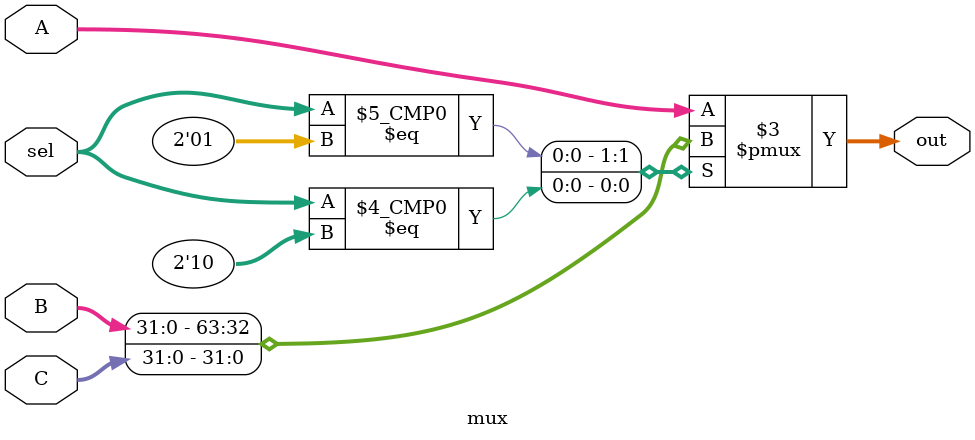
<source format=v>

module mux(A, B, C, sel, out);
	input[31:0] A, B, C;
	input[1:0] sel;
	output reg[31:0] out;
	
	always @(*) begin
		case (sel)
			default: out = A;
			1: out = B;
			2: out = C;
		endcase
	end
endmodule

</source>
